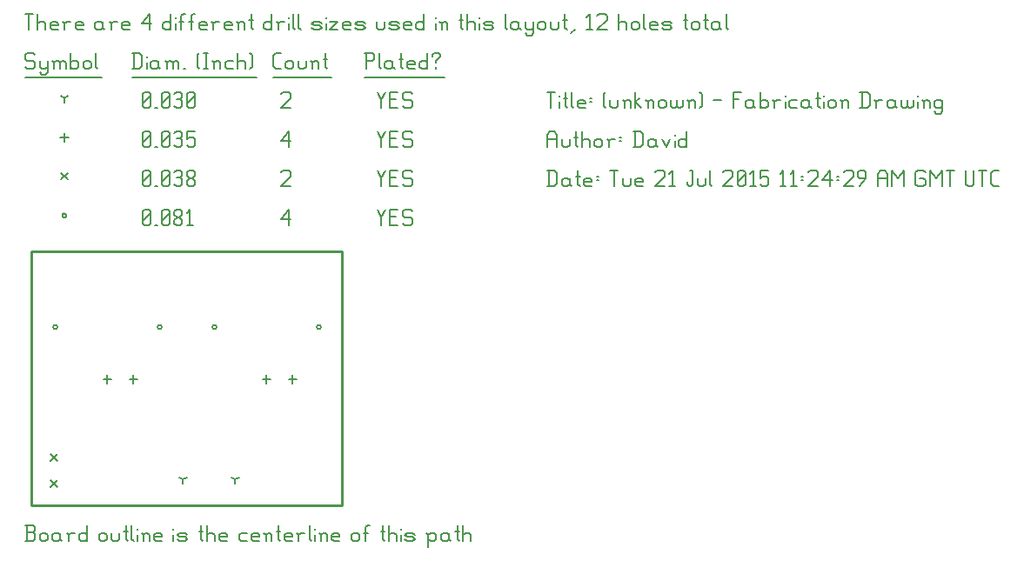
<source format=gbr>
G04 start of page 17 for group -3984 idx -3984 *
G04 Title: (unknown), fab *
G04 Creator: pcb 1.99z *
G04 CreationDate: Tue 21 Jul 2015 11:24:29 AM GMT UTC *
G04 For: david *
G04 Format: Gerber/RS-274X *
G04 PCB-Dimensions (mm): 31.75 26.42 *
G04 PCB-Coordinate-Origin: lower left *
%MOMM*%
%FSLAX43Y43*%
%LNFAB*%
%ADD105C,0.254*%
%ADD104C,0.191*%
%ADD103C,0.152*%
%ADD102R,0.203X0.203*%
G54D102*X12878Y18415D02*G75*G03X13284Y18415I203J0D01*G01*
G75*G03X12878Y18415I-203J0D01*G01*
X2718D02*G75*G03X3124Y18415I203J0D01*G01*
G75*G03X2718Y18415I-203J0D01*G01*
X28372D02*G75*G03X28778Y18415I203J0D01*G01*
G75*G03X28372Y18415I-203J0D01*G01*
X18212D02*G75*G03X18618Y18415I203J0D01*G01*
G75*G03X18212Y18415I-203J0D01*G01*
X3607Y29274D02*G75*G03X4013Y29274I203J0D01*G01*
G75*G03X3607Y29274I-203J0D01*G01*
G54D103*X34290Y29845D02*X34671Y29083D01*
X35052Y29845D01*
X34671Y29083D02*Y28321D01*
X35509Y29159D02*X36081D01*
X35509Y28321D02*X36271D01*
X35509Y29845D02*Y28321D01*
Y29845D02*X36271D01*
X37490D02*X37681Y29654D01*
X36919Y29845D02*X37490D01*
X36728Y29654D02*X36919Y29845D01*
X36728Y29654D02*Y29274D01*
X36919Y29083D01*
X37490D01*
X37681Y28892D01*
Y28512D01*
X37490Y28321D02*X37681Y28512D01*
X36919Y28321D02*X37490D01*
X36728Y28512D02*X36919Y28321D01*
X24892Y28892D02*X25654Y29845D01*
X24892Y28892D02*X25844D01*
X25654Y29845D02*Y28321D01*
X11430Y28512D02*X11620Y28321D01*
X11430Y29654D02*Y28512D01*
Y29654D02*X11620Y29845D01*
X12002D01*
X12192Y29654D01*
Y28512D01*
X12002Y28321D02*X12192Y28512D01*
X11620Y28321D02*X12002D01*
X11430Y28702D02*X12192Y29464D01*
X12649Y28321D02*X12840D01*
X13297Y28512D02*X13487Y28321D01*
X13297Y29654D02*Y28512D01*
Y29654D02*X13487Y29845D01*
X13868D01*
X14059Y29654D01*
Y28512D01*
X13868Y28321D02*X14059Y28512D01*
X13487Y28321D02*X13868D01*
X13297Y28702D02*X14059Y29464D01*
X14516Y28512D02*X14707Y28321D01*
X14516Y28816D02*Y28512D01*
Y28816D02*X14783Y29083D01*
X15011D01*
X15278Y28816D01*
Y28512D01*
X15088Y28321D02*X15278Y28512D01*
X14707Y28321D02*X15088D01*
X14516Y29350D02*X14783Y29083D01*
X14516Y29654D02*Y29350D01*
Y29654D02*X14707Y29845D01*
X15088D01*
X15278Y29654D01*
Y29350D01*
X15011Y29083D02*X15278Y29350D01*
X15735Y29540D02*X16040Y29845D01*
Y28321D01*
X15735D02*X16307D01*
X2489Y3480D02*X3099Y2870D01*
X2489D02*X3099Y3480D01*
X2489Y6020D02*X3099Y5410D01*
X2489D02*X3099Y6020D01*
X3505Y33388D02*X4115Y32779D01*
X3505D02*X4115Y33388D01*
X34290Y33655D02*X34671Y32893D01*
X35052Y33655D01*
X34671Y32893D02*Y32131D01*
X35509Y32969D02*X36081D01*
X35509Y32131D02*X36271D01*
X35509Y33655D02*Y32131D01*
Y33655D02*X36271D01*
X37490D02*X37681Y33464D01*
X36919Y33655D02*X37490D01*
X36728Y33464D02*X36919Y33655D01*
X36728Y33464D02*Y33084D01*
X36919Y32893D01*
X37490D01*
X37681Y32702D01*
Y32322D01*
X37490Y32131D02*X37681Y32322D01*
X36919Y32131D02*X37490D01*
X36728Y32322D02*X36919Y32131D01*
X24892Y33464D02*X25082Y33655D01*
X25654D01*
X25844Y33464D01*
Y33084D01*
X24892Y32131D02*X25844Y33084D01*
X24892Y32131D02*X25844D01*
X11430Y32322D02*X11620Y32131D01*
X11430Y33464D02*Y32322D01*
Y33464D02*X11620Y33655D01*
X12002D01*
X12192Y33464D01*
Y32322D01*
X12002Y32131D02*X12192Y32322D01*
X11620Y32131D02*X12002D01*
X11430Y32512D02*X12192Y33274D01*
X12649Y32131D02*X12840D01*
X13297Y32322D02*X13487Y32131D01*
X13297Y33464D02*Y32322D01*
Y33464D02*X13487Y33655D01*
X13868D01*
X14059Y33464D01*
Y32322D01*
X13868Y32131D02*X14059Y32322D01*
X13487Y32131D02*X13868D01*
X13297Y32512D02*X14059Y33274D01*
X14516Y33464D02*X14707Y33655D01*
X15088D01*
X15278Y33464D01*
X15088Y32131D02*X15278Y32322D01*
X14707Y32131D02*X15088D01*
X14516Y32322D02*X14707Y32131D01*
Y32969D02*X15088D01*
X15278Y33464D02*Y33160D01*
Y32779D02*Y32322D01*
Y32779D02*X15088Y32969D01*
X15278Y33160D02*X15088Y32969D01*
X15735Y32322D02*X15926Y32131D01*
X15735Y32626D02*Y32322D01*
Y32626D02*X16002Y32893D01*
X16231D01*
X16497Y32626D01*
Y32322D01*
X16307Y32131D02*X16497Y32322D01*
X15926Y32131D02*X16307D01*
X15735Y33160D02*X16002Y32893D01*
X15735Y33464D02*Y33160D01*
Y33464D02*X15926Y33655D01*
X16307D01*
X16497Y33464D01*
Y33160D01*
X16231Y32893D02*X16497Y33160D01*
X8001Y13741D02*Y12929D01*
X7595Y13335D02*X8407D01*
X10541Y13741D02*Y12929D01*
X10135Y13335D02*X10947D01*
X23495Y13741D02*Y12929D01*
X23089Y13335D02*X23901D01*
X26035Y13741D02*Y12929D01*
X25629Y13335D02*X26441D01*
X3810Y37300D02*Y36487D01*
X3404Y36894D02*X4216D01*
X34290Y37465D02*X34671Y36703D01*
X35052Y37465D01*
X34671Y36703D02*Y35941D01*
X35509Y36779D02*X36081D01*
X35509Y35941D02*X36271D01*
X35509Y37465D02*Y35941D01*
Y37465D02*X36271D01*
X37490D02*X37681Y37274D01*
X36919Y37465D02*X37490D01*
X36728Y37274D02*X36919Y37465D01*
X36728Y37274D02*Y36894D01*
X36919Y36703D01*
X37490D01*
X37681Y36512D01*
Y36132D01*
X37490Y35941D02*X37681Y36132D01*
X36919Y35941D02*X37490D01*
X36728Y36132D02*X36919Y35941D01*
X24892Y36512D02*X25654Y37465D01*
X24892Y36512D02*X25844D01*
X25654Y37465D02*Y35941D01*
X11430Y36132D02*X11620Y35941D01*
X11430Y37274D02*Y36132D01*
Y37274D02*X11620Y37465D01*
X12002D01*
X12192Y37274D01*
Y36132D01*
X12002Y35941D02*X12192Y36132D01*
X11620Y35941D02*X12002D01*
X11430Y36322D02*X12192Y37084D01*
X12649Y35941D02*X12840D01*
X13297Y36132D02*X13487Y35941D01*
X13297Y37274D02*Y36132D01*
Y37274D02*X13487Y37465D01*
X13868D01*
X14059Y37274D01*
Y36132D01*
X13868Y35941D02*X14059Y36132D01*
X13487Y35941D02*X13868D01*
X13297Y36322D02*X14059Y37084D01*
X14516Y37274D02*X14707Y37465D01*
X15088D01*
X15278Y37274D01*
X15088Y35941D02*X15278Y36132D01*
X14707Y35941D02*X15088D01*
X14516Y36132D02*X14707Y35941D01*
Y36779D02*X15088D01*
X15278Y37274D02*Y36970D01*
Y36589D02*Y36132D01*
Y36589D02*X15088Y36779D01*
X15278Y36970D02*X15088Y36779D01*
X15735Y37465D02*X16497D01*
X15735D02*Y36703D01*
X15926Y36894D01*
X16307D01*
X16497Y36703D01*
Y36132D01*
X16307Y35941D02*X16497Y36132D01*
X15926Y35941D02*X16307D01*
X15735Y36132D02*X15926Y35941D01*
X20447Y3556D02*Y3150D01*
Y3556D02*X20799Y3759D01*
X20447Y3556D02*X20095Y3759D01*
X15367Y3556D02*Y3150D01*
Y3556D02*X15719Y3759D01*
X15367Y3556D02*X15015Y3759D01*
X3810Y40704D02*Y40297D01*
Y40704D02*X4162Y40907D01*
X3810Y40704D02*X3458Y40907D01*
X34290Y41275D02*X34671Y40513D01*
X35052Y41275D01*
X34671Y40513D02*Y39751D01*
X35509Y40589D02*X36081D01*
X35509Y39751D02*X36271D01*
X35509Y41275D02*Y39751D01*
Y41275D02*X36271D01*
X37490D02*X37681Y41084D01*
X36919Y41275D02*X37490D01*
X36728Y41084D02*X36919Y41275D01*
X36728Y41084D02*Y40704D01*
X36919Y40513D01*
X37490D01*
X37681Y40322D01*
Y39942D01*
X37490Y39751D02*X37681Y39942D01*
X36919Y39751D02*X37490D01*
X36728Y39942D02*X36919Y39751D01*
X24892Y41084D02*X25082Y41275D01*
X25654D01*
X25844Y41084D01*
Y40704D01*
X24892Y39751D02*X25844Y40704D01*
X24892Y39751D02*X25844D01*
X11430Y39942D02*X11620Y39751D01*
X11430Y41084D02*Y39942D01*
Y41084D02*X11620Y41275D01*
X12002D01*
X12192Y41084D01*
Y39942D01*
X12002Y39751D02*X12192Y39942D01*
X11620Y39751D02*X12002D01*
X11430Y40132D02*X12192Y40894D01*
X12649Y39751D02*X12840D01*
X13297Y39942D02*X13487Y39751D01*
X13297Y41084D02*Y39942D01*
Y41084D02*X13487Y41275D01*
X13868D01*
X14059Y41084D01*
Y39942D01*
X13868Y39751D02*X14059Y39942D01*
X13487Y39751D02*X13868D01*
X13297Y40132D02*X14059Y40894D01*
X14516Y41084D02*X14707Y41275D01*
X15088D01*
X15278Y41084D01*
X15088Y39751D02*X15278Y39942D01*
X14707Y39751D02*X15088D01*
X14516Y39942D02*X14707Y39751D01*
Y40589D02*X15088D01*
X15278Y41084D02*Y40780D01*
Y40399D02*Y39942D01*
Y40399D02*X15088Y40589D01*
X15278Y40780D02*X15088Y40589D01*
X15735Y39942D02*X15926Y39751D01*
X15735Y41084D02*Y39942D01*
Y41084D02*X15926Y41275D01*
X16307D01*
X16497Y41084D01*
Y39942D01*
X16307Y39751D02*X16497Y39942D01*
X15926Y39751D02*X16307D01*
X15735Y40132D02*X16497Y40894D01*
X762Y45085D02*X952Y44894D01*
X190Y45085D02*X762D01*
X0Y44894D02*X190Y45085D01*
X0Y44894D02*Y44514D01*
X190Y44323D01*
X762D01*
X952Y44132D01*
Y43752D01*
X762Y43561D02*X952Y43752D01*
X190Y43561D02*X762D01*
X0Y43752D02*X190Y43561D01*
X1410Y44323D02*Y43752D01*
X1600Y43561D01*
X2172Y44323D02*Y43180D01*
X1981Y42990D02*X2172Y43180D01*
X1600Y42990D02*X1981D01*
X1410Y43180D02*X1600Y42990D01*
Y43561D02*X1981D01*
X2172Y43752D01*
X2819Y44132D02*Y43561D01*
Y44132D02*X3010Y44323D01*
X3200D01*
X3391Y44132D01*
Y43561D01*
Y44132D02*X3581Y44323D01*
X3772D01*
X3962Y44132D01*
Y43561D01*
X2629Y44323D02*X2819Y44132D01*
X4420Y45085D02*Y43561D01*
Y43752D02*X4610Y43561D01*
X4991D01*
X5182Y43752D01*
Y44132D02*Y43752D01*
X4991Y44323D02*X5182Y44132D01*
X4610Y44323D02*X4991D01*
X4420Y44132D02*X4610Y44323D01*
X5639Y44132D02*Y43752D01*
Y44132D02*X5829Y44323D01*
X6210D01*
X6401Y44132D01*
Y43752D01*
X6210Y43561D02*X6401Y43752D01*
X5829Y43561D02*X6210D01*
X5639Y43752D02*X5829Y43561D01*
X6858Y45085D02*Y43752D01*
X7049Y43561D01*
X0Y42735D02*X7430D01*
X10604Y45085D02*Y43561D01*
X11100Y45085D02*X11366Y44818D01*
Y43828D01*
X11100Y43561D02*X11366Y43828D01*
X10414Y43561D02*X11100D01*
X10414Y45085D02*X11100D01*
G54D104*X11824Y44704D02*Y44666D01*
G54D103*Y44132D02*Y43561D01*
X12776Y44323D02*X12967Y44132D01*
X12395Y44323D02*X12776D01*
X12205Y44132D02*X12395Y44323D01*
X12205Y44132D02*Y43752D01*
X12395Y43561D01*
X12967Y44323D02*Y43752D01*
X13157Y43561D01*
X12395D02*X12776D01*
X12967Y43752D01*
X13805Y44132D02*Y43561D01*
Y44132D02*X13995Y44323D01*
X14186D01*
X14376Y44132D01*
Y43561D01*
Y44132D02*X14567Y44323D01*
X14757D01*
X14948Y44132D01*
Y43561D01*
X13614Y44323D02*X13805Y44132D01*
X15405Y43561D02*X15596D01*
X16739Y43752D02*X16929Y43561D01*
X16739Y44894D02*X16929Y45085D01*
X16739Y44894D02*Y43752D01*
X17386Y45085D02*X17767D01*
X17577D02*Y43561D01*
X17386D02*X17767D01*
X18415Y44132D02*Y43561D01*
Y44132D02*X18606Y44323D01*
X18796D01*
X18987Y44132D01*
Y43561D01*
X18225Y44323D02*X18415Y44132D01*
X19634Y44323D02*X20206D01*
X19444Y44132D02*X19634Y44323D01*
X19444Y44132D02*Y43752D01*
X19634Y43561D01*
X20206D01*
X20663Y45085D02*Y43561D01*
Y44132D02*X20853Y44323D01*
X21234D01*
X21425Y44132D01*
Y43561D01*
X21882Y45085D02*X22073Y44894D01*
Y43752D01*
X21882Y43561D02*X22073Y43752D01*
X10414Y42735D02*X22530D01*
X24397Y43561D02*X24892D01*
X24130Y43828D02*X24397Y43561D01*
X24130Y44818D02*Y43828D01*
Y44818D02*X24397Y45085D01*
X24892D01*
X25349Y44132D02*Y43752D01*
Y44132D02*X25540Y44323D01*
X25921D01*
X26111Y44132D01*
Y43752D01*
X25921Y43561D02*X26111Y43752D01*
X25540Y43561D02*X25921D01*
X25349Y43752D02*X25540Y43561D01*
X26568Y44323D02*Y43752D01*
X26759Y43561D01*
X27140D01*
X27330Y43752D01*
Y44323D02*Y43752D01*
X27978Y44132D02*Y43561D01*
Y44132D02*X28169Y44323D01*
X28359D01*
X28550Y44132D01*
Y43561D01*
X27788Y44323D02*X27978Y44132D01*
X29197Y45085D02*Y43752D01*
X29388Y43561D01*
X29007Y44514D02*X29388D01*
X24130Y42735D02*X29769D01*
X33210Y45085D02*Y43561D01*
X33020Y45085D02*X33782D01*
X33972Y44894D01*
Y44514D01*
X33782Y44323D02*X33972Y44514D01*
X33210Y44323D02*X33782D01*
X34430Y45085D02*Y43752D01*
X34620Y43561D01*
X35573Y44323D02*X35763Y44132D01*
X35192Y44323D02*X35573D01*
X35001Y44132D02*X35192Y44323D01*
X35001Y44132D02*Y43752D01*
X35192Y43561D01*
X35763Y44323D02*Y43752D01*
X35954Y43561D01*
X35192D02*X35573D01*
X35763Y43752D01*
X36601Y45085D02*Y43752D01*
X36792Y43561D01*
X36411Y44514D02*X36792D01*
X37363Y43561D02*X37935D01*
X37173Y43752D02*X37363Y43561D01*
X37173Y44132D02*Y43752D01*
Y44132D02*X37363Y44323D01*
X37744D01*
X37935Y44132D01*
X37173Y43942D02*X37935D01*
Y44132D02*Y43942D01*
X39154Y45085D02*Y43561D01*
X38964D02*X39154Y43752D01*
X38583Y43561D02*X38964D01*
X38392Y43752D02*X38583Y43561D01*
X38392Y44132D02*Y43752D01*
Y44132D02*X38583Y44323D01*
X38964D01*
X39154Y44132D01*
X39992Y44323D02*Y44132D01*
Y43752D02*Y43561D01*
X39611Y44894D02*Y44704D01*
Y44894D02*X39802Y45085D01*
X40183D01*
X40373Y44894D01*
Y44704D01*
X39992Y44323D02*X40373Y44704D01*
X33020Y42735D02*X40831D01*
X0Y48895D02*X762D01*
X381D02*Y47371D01*
X1219Y48895D02*Y47371D01*
Y47942D02*X1410Y48133D01*
X1791D01*
X1981Y47942D01*
Y47371D01*
X2629D02*X3200D01*
X2438Y47562D02*X2629Y47371D01*
X2438Y47942D02*Y47562D01*
Y47942D02*X2629Y48133D01*
X3010D01*
X3200Y47942D01*
X2438Y47752D02*X3200D01*
Y47942D02*Y47752D01*
X3848Y47942D02*Y47371D01*
Y47942D02*X4039Y48133D01*
X4420D01*
X3658D02*X3848Y47942D01*
X5067Y47371D02*X5639D01*
X4877Y47562D02*X5067Y47371D01*
X4877Y47942D02*Y47562D01*
Y47942D02*X5067Y48133D01*
X5448D01*
X5639Y47942D01*
X4877Y47752D02*X5639D01*
Y47942D02*Y47752D01*
X7353Y48133D02*X7544Y47942D01*
X6972Y48133D02*X7353D01*
X6782Y47942D02*X6972Y48133D01*
X6782Y47942D02*Y47562D01*
X6972Y47371D01*
X7544Y48133D02*Y47562D01*
X7734Y47371D01*
X6972D02*X7353D01*
X7544Y47562D01*
X8382Y47942D02*Y47371D01*
Y47942D02*X8573Y48133D01*
X8954D01*
X8192D02*X8382Y47942D01*
X9601Y47371D02*X10173D01*
X9411Y47562D02*X9601Y47371D01*
X9411Y47942D02*Y47562D01*
Y47942D02*X9601Y48133D01*
X9982D01*
X10173Y47942D01*
X9411Y47752D02*X10173D01*
Y47942D02*Y47752D01*
X11316Y47942D02*X12078Y48895D01*
X11316Y47942D02*X12268D01*
X12078Y48895D02*Y47371D01*
X14173Y48895D02*Y47371D01*
X13983D02*X14173Y47562D01*
X13602Y47371D02*X13983D01*
X13411Y47562D02*X13602Y47371D01*
X13411Y47942D02*Y47562D01*
Y47942D02*X13602Y48133D01*
X13983D01*
X14173Y47942D01*
G54D104*X14630Y48514D02*Y48476D01*
G54D103*Y47942D02*Y47371D01*
X15202Y48704D02*Y47371D01*
Y48704D02*X15392Y48895D01*
X15583D01*
X15011Y48133D02*X15392D01*
X16154Y48704D02*Y47371D01*
Y48704D02*X16345Y48895D01*
X16535D01*
X15964Y48133D02*X16345D01*
X17107Y47371D02*X17678D01*
X16916Y47562D02*X17107Y47371D01*
X16916Y47942D02*Y47562D01*
Y47942D02*X17107Y48133D01*
X17488D01*
X17678Y47942D01*
X16916Y47752D02*X17678D01*
Y47942D02*Y47752D01*
X18326Y47942D02*Y47371D01*
Y47942D02*X18517Y48133D01*
X18898D01*
X18136D02*X18326Y47942D01*
X19545Y47371D02*X20117D01*
X19355Y47562D02*X19545Y47371D01*
X19355Y47942D02*Y47562D01*
Y47942D02*X19545Y48133D01*
X19926D01*
X20117Y47942D01*
X19355Y47752D02*X20117D01*
Y47942D02*Y47752D01*
X20765Y47942D02*Y47371D01*
Y47942D02*X20955Y48133D01*
X21146D01*
X21336Y47942D01*
Y47371D01*
X20574Y48133D02*X20765Y47942D01*
X21984Y48895D02*Y47562D01*
X22174Y47371D01*
X21793Y48324D02*X22174D01*
X24003Y48895D02*Y47371D01*
X23813D02*X24003Y47562D01*
X23432Y47371D02*X23813D01*
X23241Y47562D02*X23432Y47371D01*
X23241Y47942D02*Y47562D01*
Y47942D02*X23432Y48133D01*
X23813D01*
X24003Y47942D01*
X24651D02*Y47371D01*
Y47942D02*X24841Y48133D01*
X25222D01*
X24460D02*X24651Y47942D01*
G54D104*X25679Y48514D02*Y48476D01*
G54D103*Y47942D02*Y47371D01*
X26060Y48895D02*Y47562D01*
X26251Y47371D01*
X26632Y48895D02*Y47562D01*
X26822Y47371D01*
X28080D02*X28651D01*
X28842Y47562D01*
X28651Y47752D02*X28842Y47562D01*
X28080Y47752D02*X28651D01*
X27889Y47942D02*X28080Y47752D01*
X27889Y47942D02*X28080Y48133D01*
X28651D01*
X28842Y47942D01*
X27889Y47562D02*X28080Y47371D01*
G54D104*X29299Y48514D02*Y48476D01*
G54D103*Y47942D02*Y47371D01*
X29680Y48133D02*X30442D01*
X29680Y47371D02*X30442Y48133D01*
X29680Y47371D02*X30442D01*
X31090D02*X31661D01*
X30899Y47562D02*X31090Y47371D01*
X30899Y47942D02*Y47562D01*
Y47942D02*X31090Y48133D01*
X31471D01*
X31661Y47942D01*
X30899Y47752D02*X31661D01*
Y47942D02*Y47752D01*
X32309Y47371D02*X32880D01*
X33071Y47562D01*
X32880Y47752D02*X33071Y47562D01*
X32309Y47752D02*X32880D01*
X32118Y47942D02*X32309Y47752D01*
X32118Y47942D02*X32309Y48133D01*
X32880D01*
X33071Y47942D01*
X32118Y47562D02*X32309Y47371D01*
X34214Y48133D02*Y47562D01*
X34404Y47371D01*
X34785D01*
X34976Y47562D01*
Y48133D02*Y47562D01*
X35624Y47371D02*X36195D01*
X36386Y47562D01*
X36195Y47752D02*X36386Y47562D01*
X35624Y47752D02*X36195D01*
X35433Y47942D02*X35624Y47752D01*
X35433Y47942D02*X35624Y48133D01*
X36195D01*
X36386Y47942D01*
X35433Y47562D02*X35624Y47371D01*
X37033D02*X37605D01*
X36843Y47562D02*X37033Y47371D01*
X36843Y47942D02*Y47562D01*
Y47942D02*X37033Y48133D01*
X37414D01*
X37605Y47942D01*
X36843Y47752D02*X37605D01*
Y47942D02*Y47752D01*
X38824Y48895D02*Y47371D01*
X38633D02*X38824Y47562D01*
X38252Y47371D02*X38633D01*
X38062Y47562D02*X38252Y47371D01*
X38062Y47942D02*Y47562D01*
Y47942D02*X38252Y48133D01*
X38633D01*
X38824Y47942D01*
G54D104*X39967Y48514D02*Y48476D01*
G54D103*Y47942D02*Y47371D01*
X40538Y47942D02*Y47371D01*
Y47942D02*X40729Y48133D01*
X40919D01*
X41110Y47942D01*
Y47371D01*
X40348Y48133D02*X40538Y47942D01*
X42443Y48895D02*Y47562D01*
X42634Y47371D01*
X42253Y48324D02*X42634D01*
X43015Y48895D02*Y47371D01*
Y47942D02*X43205Y48133D01*
X43586D01*
X43777Y47942D01*
Y47371D01*
G54D104*X44234Y48514D02*Y48476D01*
G54D103*Y47942D02*Y47371D01*
X44806D02*X45377D01*
X45568Y47562D01*
X45377Y47752D02*X45568Y47562D01*
X44806Y47752D02*X45377D01*
X44615Y47942D02*X44806Y47752D01*
X44615Y47942D02*X44806Y48133D01*
X45377D01*
X45568Y47942D01*
X44615Y47562D02*X44806Y47371D01*
X46711Y48895D02*Y47562D01*
X46901Y47371D01*
X47854Y48133D02*X48044Y47942D01*
X47473Y48133D02*X47854D01*
X47282Y47942D02*X47473Y48133D01*
X47282Y47942D02*Y47562D01*
X47473Y47371D01*
X48044Y48133D02*Y47562D01*
X48235Y47371D01*
X47473D02*X47854D01*
X48044Y47562D01*
X48692Y48133D02*Y47562D01*
X48882Y47371D01*
X49454Y48133D02*Y46990D01*
X49263Y46800D02*X49454Y46990D01*
X48882Y46800D02*X49263D01*
X48692Y46990D02*X48882Y46800D01*
Y47371D02*X49263D01*
X49454Y47562D01*
X49911Y47942D02*Y47562D01*
Y47942D02*X50102Y48133D01*
X50483D01*
X50673Y47942D01*
Y47562D01*
X50483Y47371D02*X50673Y47562D01*
X50102Y47371D02*X50483D01*
X49911Y47562D02*X50102Y47371D01*
X51130Y48133D02*Y47562D01*
X51321Y47371D01*
X51702D01*
X51892Y47562D01*
Y48133D02*Y47562D01*
X52540Y48895D02*Y47562D01*
X52730Y47371D01*
X52349Y48324D02*X52730D01*
X53111Y46990D02*X53492Y47371D01*
X54635Y48590D02*X54940Y48895D01*
Y47371D01*
X54635D02*X55207D01*
X55664Y48704D02*X55855Y48895D01*
X56426D01*
X56617Y48704D01*
Y48324D01*
X55664Y47371D02*X56617Y48324D01*
X55664Y47371D02*X56617D01*
X57760Y48895D02*Y47371D01*
Y47942D02*X57950Y48133D01*
X58331D01*
X58522Y47942D01*
Y47371D01*
X58979Y47942D02*Y47562D01*
Y47942D02*X59169Y48133D01*
X59550D01*
X59741Y47942D01*
Y47562D01*
X59550Y47371D02*X59741Y47562D01*
X59169Y47371D02*X59550D01*
X58979Y47562D02*X59169Y47371D01*
X60198Y48895D02*Y47562D01*
X60389Y47371D01*
X60960D02*X61532D01*
X60770Y47562D02*X60960Y47371D01*
X60770Y47942D02*Y47562D01*
Y47942D02*X60960Y48133D01*
X61341D01*
X61532Y47942D01*
X60770Y47752D02*X61532D01*
Y47942D02*Y47752D01*
X62179Y47371D02*X62751D01*
X62941Y47562D01*
X62751Y47752D02*X62941Y47562D01*
X62179Y47752D02*X62751D01*
X61989Y47942D02*X62179Y47752D01*
X61989Y47942D02*X62179Y48133D01*
X62751D01*
X62941Y47942D01*
X61989Y47562D02*X62179Y47371D01*
X64275Y48895D02*Y47562D01*
X64465Y47371D01*
X64084Y48324D02*X64465D01*
X64846Y47942D02*Y47562D01*
Y47942D02*X65037Y48133D01*
X65418D01*
X65608Y47942D01*
Y47562D01*
X65418Y47371D02*X65608Y47562D01*
X65037Y47371D02*X65418D01*
X64846Y47562D02*X65037Y47371D01*
X66256Y48895D02*Y47562D01*
X66446Y47371D01*
X66065Y48324D02*X66446D01*
X67399Y48133D02*X67589Y47942D01*
X67018Y48133D02*X67399D01*
X66827Y47942D02*X67018Y48133D01*
X66827Y47942D02*Y47562D01*
X67018Y47371D01*
X67589Y48133D02*Y47562D01*
X67780Y47371D01*
X67018D02*X67399D01*
X67589Y47562D01*
X68237Y48895D02*Y47562D01*
X68428Y47371D01*
G54D105*X635Y25781D02*X30861D01*
Y1016D01*
X635D01*
Y25781D01*
G54D103*X0Y-2413D02*X762D01*
X952Y-2222D01*
Y-1765D02*Y-2222D01*
X762Y-1575D02*X952Y-1765D01*
X190Y-1575D02*X762D01*
X190Y-889D02*Y-2413D01*
X0Y-889D02*X762D01*
X952Y-1080D01*
Y-1384D01*
X762Y-1575D02*X952Y-1384D01*
X1410Y-1842D02*Y-2222D01*
Y-1842D02*X1600Y-1651D01*
X1981D01*
X2172Y-1842D01*
Y-2222D01*
X1981Y-2413D02*X2172Y-2222D01*
X1600Y-2413D02*X1981D01*
X1410Y-2222D02*X1600Y-2413D01*
X3200Y-1651D02*X3391Y-1842D01*
X2819Y-1651D02*X3200D01*
X2629Y-1842D02*X2819Y-1651D01*
X2629Y-1842D02*Y-2222D01*
X2819Y-2413D01*
X3391Y-1651D02*Y-2222D01*
X3581Y-2413D01*
X2819D02*X3200D01*
X3391Y-2222D01*
X4229Y-1842D02*Y-2413D01*
Y-1842D02*X4420Y-1651D01*
X4801D01*
X4039D02*X4229Y-1842D01*
X6020Y-889D02*Y-2413D01*
X5829D02*X6020Y-2222D01*
X5448Y-2413D02*X5829D01*
X5258Y-2222D02*X5448Y-2413D01*
X5258Y-1842D02*Y-2222D01*
Y-1842D02*X5448Y-1651D01*
X5829D01*
X6020Y-1842D01*
X7163D02*Y-2222D01*
Y-1842D02*X7353Y-1651D01*
X7734D01*
X7925Y-1842D01*
Y-2222D01*
X7734Y-2413D02*X7925Y-2222D01*
X7353Y-2413D02*X7734D01*
X7163Y-2222D02*X7353Y-2413D01*
X8382Y-1651D02*Y-2222D01*
X8573Y-2413D01*
X8954D01*
X9144Y-2222D01*
Y-1651D02*Y-2222D01*
X9792Y-889D02*Y-2222D01*
X9982Y-2413D01*
X9601Y-1460D02*X9982D01*
X10363Y-889D02*Y-2222D01*
X10554Y-2413D01*
G54D104*X10935Y-1270D02*Y-1308D01*
G54D103*Y-1842D02*Y-2413D01*
X11506Y-1842D02*Y-2413D01*
Y-1842D02*X11697Y-1651D01*
X11887D01*
X12078Y-1842D01*
Y-2413D01*
X11316Y-1651D02*X11506Y-1842D01*
X12725Y-2413D02*X13297D01*
X12535Y-2222D02*X12725Y-2413D01*
X12535Y-1842D02*Y-2222D01*
Y-1842D02*X12725Y-1651D01*
X13106D01*
X13297Y-1842D01*
X12535Y-2032D02*X13297D01*
Y-1842D02*Y-2032D01*
G54D104*X14440Y-1270D02*Y-1308D01*
G54D103*Y-1842D02*Y-2413D01*
X15011D02*X15583D01*
X15773Y-2222D01*
X15583Y-2032D02*X15773Y-2222D01*
X15011Y-2032D02*X15583D01*
X14821Y-1842D02*X15011Y-2032D01*
X14821Y-1842D02*X15011Y-1651D01*
X15583D01*
X15773Y-1842D01*
X14821Y-2222D02*X15011Y-2413D01*
X17107Y-889D02*Y-2222D01*
X17297Y-2413D01*
X16916Y-1460D02*X17297D01*
X17678Y-889D02*Y-2413D01*
Y-1842D02*X17869Y-1651D01*
X18250D01*
X18440Y-1842D01*
Y-2413D01*
X19088D02*X19660D01*
X18898Y-2222D02*X19088Y-2413D01*
X18898Y-1842D02*Y-2222D01*
Y-1842D02*X19088Y-1651D01*
X19469D01*
X19660Y-1842D01*
X18898Y-2032D02*X19660D01*
Y-1842D02*Y-2032D01*
X20993Y-1651D02*X21565D01*
X20803Y-1842D02*X20993Y-1651D01*
X20803Y-1842D02*Y-2222D01*
X20993Y-2413D01*
X21565D01*
X22212D02*X22784D01*
X22022Y-2222D02*X22212Y-2413D01*
X22022Y-1842D02*Y-2222D01*
Y-1842D02*X22212Y-1651D01*
X22593D01*
X22784Y-1842D01*
X22022Y-2032D02*X22784D01*
Y-1842D02*Y-2032D01*
X23432Y-1842D02*Y-2413D01*
Y-1842D02*X23622Y-1651D01*
X23813D01*
X24003Y-1842D01*
Y-2413D01*
X23241Y-1651D02*X23432Y-1842D01*
X24651Y-889D02*Y-2222D01*
X24841Y-2413D01*
X24460Y-1460D02*X24841D01*
X25413Y-2413D02*X25984D01*
X25222Y-2222D02*X25413Y-2413D01*
X25222Y-1842D02*Y-2222D01*
Y-1842D02*X25413Y-1651D01*
X25794D01*
X25984Y-1842D01*
X25222Y-2032D02*X25984D01*
Y-1842D02*Y-2032D01*
X26632Y-1842D02*Y-2413D01*
Y-1842D02*X26822Y-1651D01*
X27203D01*
X26441D02*X26632Y-1842D01*
X27661Y-889D02*Y-2222D01*
X27851Y-2413D01*
G54D104*X28232Y-1270D02*Y-1308D01*
G54D103*Y-1842D02*Y-2413D01*
X28804Y-1842D02*Y-2413D01*
Y-1842D02*X28994Y-1651D01*
X29185D01*
X29375Y-1842D01*
Y-2413D01*
X28613Y-1651D02*X28804Y-1842D01*
X30023Y-2413D02*X30594D01*
X29832Y-2222D02*X30023Y-2413D01*
X29832Y-1842D02*Y-2222D01*
Y-1842D02*X30023Y-1651D01*
X30404D01*
X30594Y-1842D01*
X29832Y-2032D02*X30594D01*
Y-1842D02*Y-2032D01*
X31737Y-1842D02*Y-2222D01*
Y-1842D02*X31928Y-1651D01*
X32309D01*
X32499Y-1842D01*
Y-2222D01*
X32309Y-2413D02*X32499Y-2222D01*
X31928Y-2413D02*X32309D01*
X31737Y-2222D02*X31928Y-2413D01*
X33147Y-1080D02*Y-2413D01*
Y-1080D02*X33338Y-889D01*
X33528D01*
X32957Y-1651D02*X33338D01*
X34785Y-889D02*Y-2222D01*
X34976Y-2413D01*
X34595Y-1460D02*X34976D01*
X35357Y-889D02*Y-2413D01*
Y-1842D02*X35547Y-1651D01*
X35928D01*
X36119Y-1842D01*
Y-2413D01*
G54D104*X36576Y-1270D02*Y-1308D01*
G54D103*Y-1842D02*Y-2413D01*
X37148D02*X37719D01*
X37910Y-2222D01*
X37719Y-2032D02*X37910Y-2222D01*
X37148Y-2032D02*X37719D01*
X36957Y-1842D02*X37148Y-2032D01*
X36957Y-1842D02*X37148Y-1651D01*
X37719D01*
X37910Y-1842D01*
X36957Y-2222D02*X37148Y-2413D01*
X39243Y-1842D02*Y-2984D01*
X39053Y-1651D02*X39243Y-1842D01*
X39434Y-1651D01*
X39815D01*
X40005Y-1842D01*
Y-2222D01*
X39815Y-2413D02*X40005Y-2222D01*
X39434Y-2413D02*X39815D01*
X39243Y-2222D02*X39434Y-2413D01*
X41034Y-1651D02*X41224Y-1842D01*
X40653Y-1651D02*X41034D01*
X40462Y-1842D02*X40653Y-1651D01*
X40462Y-1842D02*Y-2222D01*
X40653Y-2413D01*
X41224Y-1651D02*Y-2222D01*
X41415Y-2413D01*
X40653D02*X41034D01*
X41224Y-2222D01*
X42062Y-889D02*Y-2222D01*
X42253Y-2413D01*
X41872Y-1460D02*X42253D01*
X42634Y-889D02*Y-2413D01*
Y-1842D02*X42824Y-1651D01*
X43205D01*
X43396Y-1842D01*
Y-2413D01*
X50990Y33655D02*Y32131D01*
X51486Y33655D02*X51752Y33388D01*
Y32398D01*
X51486Y32131D02*X51752Y32398D01*
X50800Y32131D02*X51486D01*
X50800Y33655D02*X51486D01*
X52781Y32893D02*X52972Y32702D01*
X52400Y32893D02*X52781D01*
X52210Y32702D02*X52400Y32893D01*
X52210Y32702D02*Y32322D01*
X52400Y32131D01*
X52972Y32893D02*Y32322D01*
X53162Y32131D01*
X52400D02*X52781D01*
X52972Y32322D01*
X53810Y33655D02*Y32322D01*
X54000Y32131D01*
X53619Y33084D02*X54000D01*
X54572Y32131D02*X55143D01*
X54381Y32322D02*X54572Y32131D01*
X54381Y32702D02*Y32322D01*
Y32702D02*X54572Y32893D01*
X54953D01*
X55143Y32702D01*
X54381Y32512D02*X55143D01*
Y32702D02*Y32512D01*
X55601Y33084D02*X55791D01*
X55601Y32702D02*X55791D01*
X56934Y33655D02*X57696D01*
X57315D02*Y32131D01*
X58153Y32893D02*Y32322D01*
X58344Y32131D01*
X58725D01*
X58915Y32322D01*
Y32893D02*Y32322D01*
X59563Y32131D02*X60135D01*
X59373Y32322D02*X59563Y32131D01*
X59373Y32702D02*Y32322D01*
Y32702D02*X59563Y32893D01*
X59944D01*
X60135Y32702D01*
X59373Y32512D02*X60135D01*
Y32702D02*Y32512D01*
X61278Y33464D02*X61468Y33655D01*
X62040D01*
X62230Y33464D01*
Y33084D01*
X61278Y32131D02*X62230Y33084D01*
X61278Y32131D02*X62230D01*
X62687Y33350D02*X62992Y33655D01*
Y32131D01*
X62687D02*X63259D01*
X64668Y33655D02*X64973D01*
Y32322D01*
X64783Y32131D02*X64973Y32322D01*
X64592Y32131D02*X64783D01*
X64402Y32322D02*X64592Y32131D01*
X64402Y32512D02*Y32322D01*
X65430Y32893D02*Y32322D01*
X65621Y32131D01*
X66002D01*
X66192Y32322D01*
Y32893D02*Y32322D01*
X66650Y33655D02*Y32322D01*
X66840Y32131D01*
X67907Y33464D02*X68097Y33655D01*
X68669D01*
X68859Y33464D01*
Y33084D01*
X67907Y32131D02*X68859Y33084D01*
X67907Y32131D02*X68859D01*
X69317Y32322D02*X69507Y32131D01*
X69317Y33464D02*Y32322D01*
Y33464D02*X69507Y33655D01*
X69888D01*
X70079Y33464D01*
Y32322D01*
X69888Y32131D02*X70079Y32322D01*
X69507Y32131D02*X69888D01*
X69317Y32512D02*X70079Y33274D01*
X70536Y33350D02*X70841Y33655D01*
Y32131D01*
X70536D02*X71107D01*
X71565Y33655D02*X72327D01*
X71565D02*Y32893D01*
X71755Y33084D01*
X72136D01*
X72327Y32893D01*
Y32322D01*
X72136Y32131D02*X72327Y32322D01*
X71755Y32131D02*X72136D01*
X71565Y32322D02*X71755Y32131D01*
X73470Y33350D02*X73774Y33655D01*
Y32131D01*
X73470D02*X74041D01*
X74498Y33350D02*X74803Y33655D01*
Y32131D01*
X74498D02*X75070D01*
X75527Y33084D02*X75717D01*
X75527Y32702D02*X75717D01*
X76175Y33464D02*X76365Y33655D01*
X76937D01*
X77127Y33464D01*
Y33084D01*
X76175Y32131D02*X77127Y33084D01*
X76175Y32131D02*X77127D01*
X77584Y32702D02*X78346Y33655D01*
X77584Y32702D02*X78537D01*
X78346Y33655D02*Y32131D01*
X78994Y33084D02*X79185D01*
X78994Y32702D02*X79185D01*
X79642Y33464D02*X79832Y33655D01*
X80404D01*
X80594Y33464D01*
Y33084D01*
X79642Y32131D02*X80594Y33084D01*
X79642Y32131D02*X80594D01*
X81242D02*X81813Y32893D01*
Y33464D02*Y32893D01*
X81623Y33655D02*X81813Y33464D01*
X81242Y33655D02*X81623D01*
X81051Y33464D02*X81242Y33655D01*
X81051Y33464D02*Y33084D01*
X81242Y32893D01*
X81813D01*
X82956Y33274D02*Y32131D01*
Y33274D02*X83223Y33655D01*
X83642D01*
X83909Y33274D01*
Y32131D01*
X82956Y32893D02*X83909D01*
X84366Y33655D02*Y32131D01*
Y33655D02*X84938Y32893D01*
X85509Y33655D01*
Y32131D01*
X87414Y33655D02*X87605Y33464D01*
X86843Y33655D02*X87414D01*
X86652Y33464D02*X86843Y33655D01*
X86652Y33464D02*Y32322D01*
X86843Y32131D01*
X87414D01*
X87605Y32322D01*
Y32702D02*Y32322D01*
X87414Y32893D02*X87605Y32702D01*
X87033Y32893D02*X87414D01*
X88062Y33655D02*Y32131D01*
Y33655D02*X88633Y32893D01*
X89205Y33655D01*
Y32131D01*
X89662Y33655D02*X90424D01*
X90043D02*Y32131D01*
X91567Y33655D02*Y32322D01*
X91758Y32131D01*
X92139D01*
X92329Y32322D01*
Y33655D02*Y32322D01*
X92786Y33655D02*X93548D01*
X93167D02*Y32131D01*
X94272D02*X94767D01*
X94005Y32398D02*X94272Y32131D01*
X94005Y33388D02*Y32398D01*
Y33388D02*X94272Y33655D01*
X94767D01*
X50800Y37084D02*Y35941D01*
Y37084D02*X51067Y37465D01*
X51486D01*
X51752Y37084D01*
Y35941D01*
X50800Y36703D02*X51752D01*
X52210D02*Y36132D01*
X52400Y35941D01*
X52781D01*
X52972Y36132D01*
Y36703D02*Y36132D01*
X53619Y37465D02*Y36132D01*
X53810Y35941D01*
X53429Y36894D02*X53810D01*
X54191Y37465D02*Y35941D01*
Y36512D02*X54381Y36703D01*
X54762D01*
X54953Y36512D01*
Y35941D01*
X55410Y36512D02*Y36132D01*
Y36512D02*X55601Y36703D01*
X55982D01*
X56172Y36512D01*
Y36132D01*
X55982Y35941D02*X56172Y36132D01*
X55601Y35941D02*X55982D01*
X55410Y36132D02*X55601Y35941D01*
X56820Y36512D02*Y35941D01*
Y36512D02*X57010Y36703D01*
X57391D01*
X56629D02*X56820Y36512D01*
X57849Y36894D02*X58039D01*
X57849Y36512D02*X58039D01*
X59373Y37465D02*Y35941D01*
X59868Y37465D02*X60135Y37198D01*
Y36208D01*
X59868Y35941D02*X60135Y36208D01*
X59182Y35941D02*X59868D01*
X59182Y37465D02*X59868D01*
X61163Y36703D02*X61354Y36512D01*
X60782Y36703D02*X61163D01*
X60592Y36512D02*X60782Y36703D01*
X60592Y36512D02*Y36132D01*
X60782Y35941D01*
X61354Y36703D02*Y36132D01*
X61544Y35941D01*
X60782D02*X61163D01*
X61354Y36132D01*
X62001Y36703D02*X62382Y35941D01*
X62763Y36703D02*X62382Y35941D01*
G54D104*X63221Y37084D02*Y37046D01*
G54D103*Y36512D02*Y35941D01*
X64364Y37465D02*Y35941D01*
X64173D02*X64364Y36132D01*
X63792Y35941D02*X64173D01*
X63602Y36132D02*X63792Y35941D01*
X63602Y36512D02*Y36132D01*
Y36512D02*X63792Y36703D01*
X64173D01*
X64364Y36512D01*
X50800Y41275D02*X51562D01*
X51181D02*Y39751D01*
G54D104*X52019Y40894D02*Y40856D01*
G54D103*Y40322D02*Y39751D01*
X52591Y41275D02*Y39942D01*
X52781Y39751D01*
X52400Y40704D02*X52781D01*
X53162Y41275D02*Y39942D01*
X53353Y39751D01*
X53924D02*X54496D01*
X53734Y39942D02*X53924Y39751D01*
X53734Y40322D02*Y39942D01*
Y40322D02*X53924Y40513D01*
X54305D01*
X54496Y40322D01*
X53734Y40132D02*X54496D01*
Y40322D02*Y40132D01*
X54953Y40704D02*X55143D01*
X54953Y40322D02*X55143D01*
X56286Y39942D02*X56477Y39751D01*
X56286Y41084D02*X56477Y41275D01*
X56286Y41084D02*Y39942D01*
X56934Y40513D02*Y39942D01*
X57125Y39751D01*
X57506D01*
X57696Y39942D01*
Y40513D02*Y39942D01*
X58344Y40322D02*Y39751D01*
Y40322D02*X58534Y40513D01*
X58725D01*
X58915Y40322D01*
Y39751D01*
X58153Y40513D02*X58344Y40322D01*
X59373Y41275D02*Y39751D01*
Y40322D02*X59944Y39751D01*
X59373Y40322D02*X59754Y40704D01*
X60592Y40322D02*Y39751D01*
Y40322D02*X60782Y40513D01*
X60973D01*
X61163Y40322D01*
Y39751D01*
X60401Y40513D02*X60592Y40322D01*
X61620D02*Y39942D01*
Y40322D02*X61811Y40513D01*
X62192D01*
X62382Y40322D01*
Y39942D01*
X62192Y39751D02*X62382Y39942D01*
X61811Y39751D02*X62192D01*
X61620Y39942D02*X61811Y39751D01*
X62840Y40513D02*Y39942D01*
X63030Y39751D01*
X63221D01*
X63411Y39942D01*
Y40513D02*Y39942D01*
X63602Y39751D01*
X63792D01*
X63983Y39942D01*
Y40513D02*Y39942D01*
X64630Y40322D02*Y39751D01*
Y40322D02*X64821Y40513D01*
X65011D01*
X65202Y40322D01*
Y39751D01*
X64440Y40513D02*X64630Y40322D01*
X65659Y41275D02*X65850Y41084D01*
Y39942D01*
X65659Y39751D02*X65850Y39942D01*
X66993Y40513D02*X67755D01*
X68898Y41275D02*Y39751D01*
Y41275D02*X69660D01*
X68898Y40589D02*X69469D01*
X70688Y40513D02*X70879Y40322D01*
X70307Y40513D02*X70688D01*
X70117Y40322D02*X70307Y40513D01*
X70117Y40322D02*Y39942D01*
X70307Y39751D01*
X70879Y40513D02*Y39942D01*
X71069Y39751D01*
X70307D02*X70688D01*
X70879Y39942D01*
X71526Y41275D02*Y39751D01*
Y39942D02*X71717Y39751D01*
X72098D01*
X72288Y39942D01*
Y40322D02*Y39942D01*
X72098Y40513D02*X72288Y40322D01*
X71717Y40513D02*X72098D01*
X71526Y40322D02*X71717Y40513D01*
X72936Y40322D02*Y39751D01*
Y40322D02*X73127Y40513D01*
X73508D01*
X72746D02*X72936Y40322D01*
G54D104*X73965Y40894D02*Y40856D01*
G54D103*Y40322D02*Y39751D01*
X74536Y40513D02*X75108D01*
X74346Y40322D02*X74536Y40513D01*
X74346Y40322D02*Y39942D01*
X74536Y39751D01*
X75108D01*
X76137Y40513D02*X76327Y40322D01*
X75756Y40513D02*X76137D01*
X75565Y40322D02*X75756Y40513D01*
X75565Y40322D02*Y39942D01*
X75756Y39751D01*
X76327Y40513D02*Y39942D01*
X76518Y39751D01*
X75756D02*X76137D01*
X76327Y39942D01*
X77165Y41275D02*Y39942D01*
X77356Y39751D01*
X76975Y40704D02*X77356D01*
G54D104*X77737Y40894D02*Y40856D01*
G54D103*Y40322D02*Y39751D01*
X78118Y40322D02*Y39942D01*
Y40322D02*X78308Y40513D01*
X78689D01*
X78880Y40322D01*
Y39942D01*
X78689Y39751D02*X78880Y39942D01*
X78308Y39751D02*X78689D01*
X78118Y39942D02*X78308Y39751D01*
X79527Y40322D02*Y39751D01*
Y40322D02*X79718Y40513D01*
X79908D01*
X80099Y40322D01*
Y39751D01*
X79337Y40513D02*X79527Y40322D01*
X81432Y41275D02*Y39751D01*
X81928Y41275D02*X82194Y41008D01*
Y40018D01*
X81928Y39751D02*X82194Y40018D01*
X81242Y39751D02*X81928D01*
X81242Y41275D02*X81928D01*
X82842Y40322D02*Y39751D01*
Y40322D02*X83033Y40513D01*
X83414D01*
X82652D02*X82842Y40322D01*
X84442Y40513D02*X84633Y40322D01*
X84061Y40513D02*X84442D01*
X83871Y40322D02*X84061Y40513D01*
X83871Y40322D02*Y39942D01*
X84061Y39751D01*
X84633Y40513D02*Y39942D01*
X84823Y39751D01*
X84061D02*X84442D01*
X84633Y39942D01*
X85281Y40513D02*Y39942D01*
X85471Y39751D01*
X85662D01*
X85852Y39942D01*
Y40513D02*Y39942D01*
X86043Y39751D01*
X86233D01*
X86424Y39942D01*
Y40513D02*Y39942D01*
G54D104*X86881Y40894D02*Y40856D01*
G54D103*Y40322D02*Y39751D01*
X87452Y40322D02*Y39751D01*
Y40322D02*X87643Y40513D01*
X87833D01*
X88024Y40322D01*
Y39751D01*
X87262Y40513D02*X87452Y40322D01*
X89052Y40513D02*X89243Y40322D01*
X88671Y40513D02*X89052D01*
X88481Y40322D02*X88671Y40513D01*
X88481Y40322D02*Y39942D01*
X88671Y39751D01*
X89052D01*
X89243Y39942D01*
X88481Y39370D02*X88671Y39180D01*
X89052D01*
X89243Y39370D01*
Y40513D02*Y39370D01*
M02*

</source>
